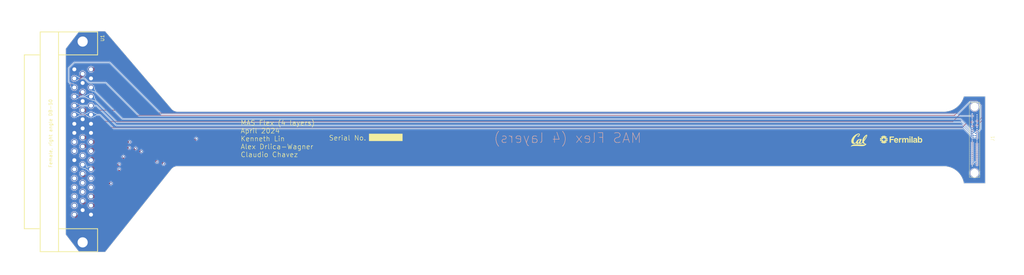
<source format=kicad_pcb>
(kicad_pcb (version 20221018) (generator pcbnew)
  (title_block (title "FNAL AstroDewar MAS Flex Circuit") (date "2024-01-13") (rev "1") (company "Lawrence Berkeley National Laboratory") (comment 1 "4 layers"))
  (layers (0 "F.Cu" signal) (1 "In1.Cu" signal) (2 "In2.Cu" signal) (31 "B.Cu" signal) (34 "B.Paste" user) (35 "F.Paste" user) (36 "B.SilkS" user "B.Silkscreen") (37 "F.SilkS" user "F.Silkscreen") (38 "B.Mask" user) (39 "F.Mask" user) (44 "Edge.Cuts" user))
  (net 0 "")
  (net 1 "GND")
  (net 2 "H1A")
  (net 3 "H2C")
  (net 4 "H3C")
  (net 5 "RGA")
  (net 6 "SWC")
  (net 7 "OGC")
  (net 8 "DGA")
  (net 9 "TGA")
  (net 10 "V1A")
  (net 11 "V2C")
  (net 12 "V3A")
  (net 13 "VREF")
  (net 14 "VDD")
  (net 15 "VDRAIN")
  (net 16 "P+MAS")
  (net 17 "VID2")
  (net 18 "VID1")
  (net 19 "VSUB")
  (net 20 "H1B")
  (net 21 "RGB")
  (net 22 "DGB")
  (net 23 "TGB")
  (net 24 "V1B")
  (net 25 "V3B")
  (net 26 "N+MAS")
  (net 27 "VID4")
  (net 28 "VID3")
  (footprint "projectFootprints:Omnetics_A28500-051_vertmount" (layer "F.Cu") (at 355.0666 144.5641 90)
    (fp_text reference "J1" (at 8.3947 6.199 90 unlocked) (layer "F.SilkS") (effects (font (thickness 0.1))))
    (fp_text value "Conn_02x25_Top_Bottom")
    (pad "1" thru_hole circle (at 0 0 90) (size 0.5334 0.5334) (drill 0.3302) (layers "*.Cu" "*.Mask") (net 1 "GND"))
    (pad "2" thru_hole circle (at 0.635 0 90) (size 0.5334 0.5334) (drill 0.3302) (layers "*.Cu" "*.Mask") (net 2 "H1A"))
    (pad "3" thru_hole circle (at 1.27 0 90) (size 0.5334 0.5334) (drill 0.3302) (layers "*.Cu" "*.Mask") (net 3 "H2C"))
    (pad "4" thru_hole circle (at 1.905 0 90) (size 0.5334 0.5334) (drill 0.3302) (layers "*.Cu" "*.Mask") (net 4 "H3C"))
    (pad "5" thru_hole circle (at 2.54 0 90) (size 0.5334 0.5334) (drill 0.3302) (layers "*.Cu" "*.Mask") (net 5 "RGA"))
    (pad "6" thru_hole circle (at 3.175 0 90) (size 0.5334 0.5334) (drill 0.3302) (layers "*.Cu" "*.Mask") (net 6 "SWC"))
    (pad "7" thru_hole circle (at 3.81 0 90) (size 0.5334 0.5334) (drill 0.3302) (layers "*.Cu" "*.Mask") (net 7 "OGC"))
    (pad "8" thru_hole circle (at 4.445 0 90) (size 0.5334 0.5334) (drill 0.3302) (layers "*.Cu" "*.Mask") (net 8 "DGA"))
    (pad "9" thru_hole circle (at 5.08 0 90) (size 0.5334 0.5334) (drill 0.3302) (layers "*.Cu" "*.Mask") (net 9 "TGA"))
    (pad "10" thru_hole circle (at 5.715 0 90) (size 0.5334 0.5334) (drill 0.3302) (layers "*.Cu" "*.Mask") (net 10 "V1A"))
    (pad "11" thru_hole circle (at 6.35 0 90) (size 0.5334 0.5334) (drill 0.3302) (layers "*.Cu" "*.Mask") (net 11 "V2C"))
    (pad "12" thru_hole circle (at 6.985 0 90) (size 0.5334 0.5334) (drill 0.3302) (layers "*.Cu" "*.Mask") (net 12 "V3A"))
    (pad "13" thru_hole circle (at 7.62 0 90) (size 0.5334 0.5334) (drill 0.3302) (layers "*.Cu" "*.Mask") (net 1 "GND"))
    (pad "14" thru_hole circle (at 8.255 0 90) (size 0.5334 0.5334) (drill 0.3302) (layers "*.Cu" "*.Mask") (net 1 "GND"))
    (pad "15" thru_hole circle (at 8.89 0 90) (size 0.5334 0.5334) (drill 0.3302) (layers "*.Cu" "*.Mask") (net 13 "VREF"))
    (pad "16" thru_hole circle (at 9.525 0 90) (size 0.5334 0.5334) (drill 0.3302) (layers "*.Cu" "*.Mask") (net 14 "VDD"))
    (pad "17" thru_hole circle (at 10.16 0 90) (size 0.5334 0.5334) (drill 0.3302) (layers "*.Cu" "*.Mask") (net 15 "VDRAIN"))
    (pad "18" thru_hole circle (at 10.795 0 90) (size 0.5334 0.5334) (drill 0.3302) (layers "*.Cu" "*.Mask") (net 16 "P+MAS"))
    (pad "19" thru_hole circle (at 11.43 0 90) (size 0.5334 0.5334) (drill 0.3302) (layers "*.Cu" "*.Mask") (net 1 "GND"))
    (pad "20" thru_hole circle (at 12.065 0 90) (size 0.5334 0.5334) (drill 0.3302) (layers "*.Cu" "*.Mask") (net 17 "VID2"))
    (pad "21" thru_hole circle (at 12.7 0 90) (size 0.5334 0.5334) (drill 0.3302) (layers "*.Cu" "*.Mask") (net 1 "GND"))
    (pad "22" thru_hole circle (at 13.335 0 90) (size 0.5334 0.5334) (drill 0.3302) (layers "*.Cu" "*.Mask") (net 18 "VID1"))
    (pad "23" thru_hole circle (at 13.97 0 90) (size 0.5334 0.5334) (drill 0.3302) (layers "*.Cu" "*.Mask") (net 1 "GND"))
    (pad "24" thru_hole circle (at 14.605 0 90) (size 0.5334 0.5334) (drill 0.3302) (layers "*.Cu" "*.Mask") (net 1 "GND"))
    (pad "25" thru_hole circle (at 15.24 0 90) (size 0.5334 0.5334) (drill 0.3302) (layers "*.Cu" "*.Mask") (net 19 "VSUB"))
    (pad "26" thru_hole circle (at 15.875 0 90) (size 0.5334 0.5334) (drill 0.3302) (layers "*.Cu" "*.Mask") (net 1 "GND"))
    (pad "27" thru_hole circle (at 0.3175 1.4478 90) (size 0.5334 0.5334) (drill 0.3302) (layers "*.Cu" "*.Mask") (net 4 "H3C"))
    (pad "28" thru_hole circle (at 0.9525 1.4478 90) (size 0.5334 0.5334) (drill 0.3302) (layers "*.Cu" "*.Mask") (net 3 "H2C"))
    (pad "29" thru_hole circle (at 1.5875 1.4478 90) (size 0.5334 0.5334) (drill 0.3302) (layers "*.Cu" "*.Mask") (net 20 "H1B"))
    (pad "30" thru_hole circle (at 2.2225 1.4478 90) (size 0.5334 0.5334) (drill 0.3302) (layers "*.Cu" "*.Mask") (net 21 "RGB"))
    (pad "31" thru_hole circle (at 2.8575 1.4478 90) (size 0.5334 0.5334) (drill 0.3302) (layers "*.Cu" "*.Mask") (net 6 "SWC"))
    (pad "32" thru_hole circle (at 3.4925 1.4478 90) (size 0.5334 0.5334) (drill 0.3302) (layers "*.Cu" "*.Mask") (net 7 "OGC"))
    (pad "33" thru_hole circle (at 4.1275 1.4478 90) (size 0.5334 0.5334) (drill 0.3302) (layers "*.Cu" "*.Mask") (net 22 "DGB"))
    (pad "34" thru_hole circle (at 4.7625 1.4478 90) (size 0.5334 0.5334) (drill 0.3302) (layers "*.Cu" "*.Mask") (net 23 "TGB"))
    (pad "35" thru_hole circle (at 5.3975 1.4478 90) (size 0.5334 0.5334) (drill 0.3302) (layers "*.Cu" "*.Mask") (net 24 "V1B"))
    (pad "36" thru_hole circle (at 6.0325 1.4478 90) (size 0.5334 0.5334) (drill 0.3302) (layers "*.Cu" "*.Mask") (net 11 "V2C"))
    (pad "37" thru_hole circle (at 6.6675 1.4478 90) (size 0.5334 0.5334) (drill 0.3302) (layers "*.Cu" "*.Mask") (net 25 "V3B"))
    (pad "38" thru_hole circle (at 7.3025 1.4478 90) (size 0.5334 0.5334) (drill 0.3302) (layers "*.Cu" "*.Mask") (net 1 "GND"))
    (pad "39" thru_hole circle (at 7.9375 1.4478 90) (size 0.5334 0.5334) (drill 0.3302) (layers "*.Cu" "*.Mask") (net 1 "GND"))
    (pad "40" thru_hole circle (at 8.5725 1.4478 90) (size 0.5334 0.5334) (drill 0.3302) (layers "*.Cu" "*.Mask") (net 13 "VREF"))
    (pad "41" thru_hole circle (at 9.2075 1.4478 90) (size 0.5334 0.5334) (drill 0.3302) (layers "*.Cu" "*.Mask") (net 14 "VDD"))
    (pad "42" thru_hole circle (at 9.8425 1.4478 90) (size 0.5334 0.5334) (drill 0.3302) (layers "*.Cu" "*.Mask") (net 15 "VDRAIN"))
    (pad "43" thru_hole circle (at 10.4775 1.4478 90) (size 0.5334 0.5334) (drill 0.3302) (layers "*.Cu" "*.Mask") (net 26 "N+MAS"))
    (pad "44" thru_hole circle (at 11.1125 1.4478 90) (size 0.5334 0.5334) (drill 0.3302) (layers "*.Cu" "*.Mask") (net 1 "GND"))
    (pad "45" thru_hole circle (at 11.7475 1.4478 90) (size 0.5334 0.5334) (drill 0.3302) (layers "*.Cu" "*.Mask") (net 1 "GND"))
    (pad "46" thru_hole circle (at 12.3825 1.4478 90) (size 0.5334 0.5334) (drill 0.3302) (layers "*.Cu" "*.Mask") (net 27 "VID4"))
    (pad "47" thru_hole circle (at 13.0175 1.4478 90) (size 0.5334 0.5334) (drill 0.3302) (layers "*.Cu" "*.Mask") (net 1 "GND"))
    (pad "48" thru_hole circle (at 13.6525 1.4478 90) (size 0.5334 0.5334) (drill 0.3302) (layers "*.Cu" "*.Mask") (net 28 "VID3"))
    (pad "49" thru_hole circle (at 14.2875 1.4478 90) (size 0.5334 0.5334) (drill 0.3302) (layers "*.Cu" "*.Mask") (net 1 "GND"))
    (pad "50" thru_hole circle (at 14.9225 1.4478 90) (size 0.5334 0.5334) (drill 0.3302) (layers "*.Cu" "*.Mask") (net 1 "GND"))
    (pad "51" thru_hole circle (at 15.5575 1.4478 90) (size 0.5334 0.5334) (drill 0.3302) (layers "*.Cu" "*.Mask") (net 1 "GND"))
    (pad "52" thru_hole circle (at -2.159 0.7112 90) (size 2.7432 2.7432) (drill 2.54) (layers "*.Cu" "*.Mask"))
    (pad "53" thru_hole circle (at 18.034 0.7112 90) (size 2.7432 2.7432) (drill 2.54) (layers "*.Cu" "*.Mask"))
  )
  (footprint "projectFootprints:fnal_logo" (layer "F.Cu") (at 333.375 136.525)
    (fp_text reference "G***" hide)
    (fp_text value "LOGO" hide)
  )
  (footprint "projectFootprints:DB50-Female-RightAngle-1195-5050-ND" (layer "F.Cu") (at 86.4108 115.1126 -90)
    (fp_text reference "U1" (at -9.5 -3.5 90) (layer "F.SilkS"))
    (fp_text value "DB-50-LTA-V2" hide)
    (pad "1" thru_hole rect (at 44.2978 0.0002 270) (size 1.7018 1.7018) (drill 1.1938) (layers "*.Cu" "*.Mask") (net 1 "GND"))
    (pad "2" thru_hole circle (at 41.5292 0.0002 270) (size 1.7018 1.7018) (drill 1.1938) (layers "*.Cu" "*.Mask") (net 2 "H1A"))
    (pad "3" thru_hole circle (at 38.7606 0.0002 270) (size 1.7018 1.7018) (drill 1.1938) (layers "*.Cu" "*.Mask") (net 3 "H2C"))
    (pad "4" thru_hole circle (at 35.992 0.0002 270) (size 1.7018 1.7018) (drill 1.1938) (layers "*.Cu" "*.Mask") (net 4 "H3C"))
    (pad "5" thru_hole circle (at 33.2234 0.0002 270) (size 1.7018 1.7018) (drill 1.1938) (layers "*.Cu" "*.Mask") (net 5 "RGA"))
    (pad "6" thru_hole circle (at 30.4548 0.0002 270) (size 1.7018 1.7018) (drill 1.1938) (layers "*.Cu" "*.Mask") (net 6 "SWC"))
    (pad "7" thru_hole circle (at 27.6862 0.0002 270) (size 1.7018 1.7018) (drill 1.1938) (layers "*.Cu" "*.Mask") (net 7 "OGC"))
    (pad "8" thru_hole circle (at 24.9176 0.0002 270) (size 1.7018 1.7018) (drill 1.1938) (layers "*.Cu" "*.Mask") (net 8 "DGA"))
    (pad "9" thru_hole circle (at 22.149 0.0002 270) (size 1.7018 1.7018) (drill 1.1938) (layers "*.Cu" "*.Mask") (net 9 "TGA"))
    (pad "10" thru_hole circle (at 19.3804 0.0002 270) (size 1.7018 1.7018) (drill 1.1938) (layers "*.Cu" "*.Mask") (net 1 "GND"))
    (pad "11" thru_hole circle (at 16.6118 0.0002 270) (size 1.7018 1.7018) (drill 1.1938) (layers "*.Cu" "*.Mask") (net 1 "GND"))
    (pad "12" thru_hole circle (at 13.8432 0.0002 270) (size 1.7018 1.7018) (drill 1.1938) (layers "*.Cu" "*.Mask") (net 13 "VREF"))
    (pad "13" thru_hole circle (at 11.0746 0.0002 270) (size 1.7018 1.7018) (drill 1.1938) (layers "*.Cu" "*.Mask") (net 14 "VDD"))
    (pad "14" thru_hole circle (at 8.306 0.0002 270) (size 1.7018 1.7018) (drill 1.1938) (layers "*.Cu" "*.Mask") (net 15 "VDRAIN"))
    (pad "15" thru_hole circle (at 5.5374 0.0002 270) (size 1.7018 1.7018) (drill 1.1938) (layers "*.Cu" "*.Mask") (net 16 "P+MAS"))
    (pad "16" thru_hole circle (at 2.7688 0.0002 270) (size 1.7018 1.7018) (drill 1.1938) (layers "*.Cu" "*.Mask") (net 1 "GND"))
    (pad "17" thru_hole circle (at 0.0002 0.0002 270) (size 1.7018 1.7018) (drill 1.1938) (layers "*.Cu" "*.Mask") (net 27 "VID4"))
    (pad "18" thru_hole circle (at 42.9135 2.54 270) (size 1.7018 1.7018) (drill 1.1938) (layers "*.Cu" "*.Mask") (net 1 "GND"))
    (pad "19" thru_hole circle (at 40.1449 2.54 270) (size 1.7018 1.7018) (drill 1.1938) (layers "*.Cu" "*.Mask") (net 4 "H3C"))
    (pad "20" thru_hole circle (at 37.3763 2.54 270) (size 1.7018 1.7018) (drill 1.1938) (layers "*.Cu" "*.Mask") (net 3 "H2C"))
    (pad "21" thru_hole circle (at 34.6077 2.54 270) (size 1.7018 1.7018) (drill 1.1938) (layers "*.Cu" "*.Mask") (net 20 "H1B"))
    (pad "22" thru_hole circle (at 31.8391 2.54 270) (size 1.7018 1.7018) (drill 1.1938) (layers "*.Cu" "*.Mask") (net 21 "RGB"))
    (pad "23" thru_hole circle (at 29.0705 2.54 270) (size 1.7018 1.7018) (drill 1.1938) (layers "*.Cu" "*.Mask") (net 6 "SWC"))
    (pad "24" thru_hole circle (at 26.3019 2.54 270) (size 1.7018 1.7018) (drill 1.1938) (layers "*.Cu" "*.Mask") (net 7 "OGC"))
    (pad "25" thru_hole circle (at 23.5333 2.54 270) (size 1.7018 1.7018) (drill 1.1938) (layers "*.Cu" "*.Mask") (net 22 "DGB"))
    (pad "26" thru_hole circle (at 20.7647 2.54 270) (size 1.7018 1.7018) (drill 1.1938) (layers "*.Cu" "*.Mask") (net 23 "TGB"))
    (pad "27" thru_hole circle (at 17.9961 2.54 270) (size 1.7018 1.7018) (drill 1.1938) (layers "*.Cu" "*.Mask") (net 1 "GND"))
    (pad "28" thru_hole circle (at 15.2275 2.54 270) (size 1.7018 1.7018) (drill 1.1938) (layers "*.Cu" "*.Mask") (net 1 "GND"))
    (pad "29" thru_hole circle (at 12.4589 2.54 270) (size 1.7018 1.7018) (drill 1.1938) (layers "*.Cu" "*.Mask") (net 28 "VID3"))
    (pad "30" thru_hole circle (at 9.6903 2.54 270) (size 1.7018 1.7018) (drill 1.1938) (layers "*.Cu" "*.Mask") (net 1 "GND"))
    (pad "31" thru_hole circle (at 6.9217 2.54 270) (size 1.7018 1.7018) (drill 1.1938) (layers "*.Cu" "*.Mask") (net 17 "VID2"))
    (pad "32" thru_hole circle (at 4.1531 2.54 270) (size 1.7018 1.7018) (drill 1.1938) (layers "*.Cu" "*.Mask") (net 1 "GND"))
    (pad "33" thru_hole circle (at 1.3845 2.54 270) (size 1.7018 1.7018) (drill 1.1938) (layers "*.Cu" "*.Mask") (net 18 "VID1"))
    (pad "34" thru_hole circle (at 44.2978 5.0798 270) (size 1.7018 1.7018) (drill 1.1938) (layers "*.Cu" "*.Mask") (net 10 "V1A"))
    (pad "35" thru_hole circle (at 41.5292 5.0798 270) (size 1.7018 1.7018) (drill 1.1938) (layers "*.Cu" "*.Mask") (net 24 "V1B"))
    (pad "36" thru_hole circle (at 38.7606 5.0798 270) (size 1.7018 1.7018) (drill 1.1938) (layers "*.Cu" "*.Mask") (net 11 "V2C"))
    (pad "37" thru_hole circle (at 35.992 5.0798 270) (size 1.7018 1.7018) (drill 1.1938) (layers "*.Cu" "*.Mask") (net 11 "V2C"))
    (pad "38" thru_hole circle (at 33.2234 5.0798 270) (size 1.7018 1.7018) (drill 1.1938) (layers "*.Cu" "*.Mask") (net 12 "V3A"))
    (pad "39" thru_hole circle (at 30.4548 5.0798 270) (size 1.7018 1.7018) (drill 1.1938) (layers "*.Cu" "*.Mask") (net 25 "V3B"))
    (pad "40" thru_hole circle (at 27.6862 5.0798 270) (size 1.7018 1.7018) (drill 1.1938) (layers "*.Cu" "*.Mask") (net 1 "GND"))
    (pad "41" thru_hole circle (at 24.9176 5.0798 270) (size 1.7018 1.7018) (drill 1.1938) (layers "*.Cu" "*.Mask"))
    (pad "42" thru_hole circle (at 22.149 5.0798 270) (size 1.7018 1.7018) (drill 1.1938) (layers "*.Cu" "*.Mask"))
    (pad "43" thru_hole circle (at 19.3804 5.0798 270) (size 1.7018 1.7018) (drill 1.1938) (layers "*.Cu" "*.Mask") (net 1 "GND"))
    (pad "44" thru_hole circle (at 16.6118 5.0798 270) (size 1.7018 1.7018) (drill 1.1938) (layers "*.Cu" "*.Mask") (net 1 "GND"))
    (pad "45" thru_hole circle (at 13.8432 5.0798 270) (size 1.7018 1.7018) (drill 1.1938) (layers "*.Cu" "*.Mask") (net 13 "VREF"))
    (pad "46" thru_hole circle (at 11.0746 5.0798 270) (size 1.7018 1.7018) (drill 1.1938) (layers "*.Cu" "*.Mask") (net 14 "VDD"))
    (pad "47" thru_hole circle (at 8.306 5.0798 270) (size 1.7018 1.7018) (drill 1.1938) (layers "*.Cu" "*.Mask") (net 15 "VDRAIN"))
    (pad "48" thru_hole circle (at 5.5374 5.0798 270) (size 1.7018 1.7018) (drill 1.1938) (layers "*.Cu" "*.Mask") (net 26 "N+MAS"))
    (pad "49" thru_hole circle (at 2.7688 5.0798 270) (size 1.7018 1.7018) (drill 1.1938) (layers "*.Cu" "*.Mask") (net 19 "VSUB"))
    (pad "50" thru_hole circle (at 0.0002 5.0798 270) (size 1.7018 1.7018) (drill 1.1938) (layers "*.Cu" "*.Mask") (net 1 "GND"))
    (pad "51" thru_hole circle (at 52.756 2.54 270) (size 3.556 3.556) (drill 3.1) (layers "*.Cu" "*.Mask") (net 1 "GND"))
    (pad "52" thru_hole circle (at -8.458 2.54 270) (size 3.556 3.556) (drill 3.1) (layers "*.Cu" "*.Mask") (net 1 "GND"))
  )
  (footprint "projectFootprints:cal" (layer "F.Cu") (at 320.548 136.652)
    (fp_text reference "G***" hide)
    (fp_text value "LOGO" hide)
  )
  (gr_rect (start 171.2214 134.8232) (end 181.3306 136.906) (stroke (width 0.15)) (fill solid) (layer "F.SilkS"))
  (gr_line (start 90.7288 170.7896) (end 110.95425 145.492669) (stroke (width 0.1)) (layer "Edge.Cuts"))
  (gr_arc (start 112.903 128.016) (mid 111.829947 127.825184) (end 110.954251 127.176331) (stroke (width 0.1)) (layer "Edge.Cuts"))
  (gr_line (start 78.74 108.8263) (end 78.74 165.481) (stroke (width 0.1)) (layer "Edge.Cuts"))
  (gr_line (start 112.903 128.017916) (end 346.1004 128.017916) (stroke (width 0.1)) (layer "Edge.Cuts"))
  (gr_line (start 90.7288 103.5304) (end 110.954251 127.176331) (stroke (width 0.1)) (layer "Edge.Cuts"))
  (gr_arc (start 346.1004 144.653001) (mid 350.289892 146.044862) (end 352.515167 149.857639) (stroke (width 0.1)) (layer "Edge.Cuts"))
  (gr_line (start 352.515167 123.3932) (end 359.029 123.3932) (stroke (width 0.1)) (layer "Edge.Cuts"))
  (gr_line (start 78.74 108.8263) (end 82.804 103.5304) (stroke (width 0.1)) (layer "Edge.Cuts"))
  (gr_line (start 78.74 165.481) (end 82.804 170.7896) (stroke (width 0.1)) (layer "Edge.Cuts"))
  (gr_arc (start 352.515167 123.3932) (mid 350.118275 126.829759) (end 346.1004 128.017916) (stroke (width 0.1)) (layer "Edge.Cuts"))
  (gr_line (start 359.029 123.3932) (end 359.029 149.857639) (stroke (width 0.1)) (layer "Edge.Cuts"))
  (gr_arc (start 110.954251 145.49267) (mid 111.829947 144.843817) (end 112.903 144.653001) (stroke (width 0.1)) (layer "Edge.Cuts"))
  (gr_line (start 352.515167 149.857639) (end 359.029 149.857639) (stroke (width 0.1)) (layer "Edge.Cuts"))
  (gr_line (start 112.903 144.653) (end 346.1004 144.653) (stroke (width 0.1)) (layer "Edge.Cuts"))
  (gr_line (start 82.804 103.5304) (end 90.7288 103.5304) (stroke (width 0.1)) (layer "Edge.Cuts"))
  (gr_line (start 82.804 170.7896) (end 90.7288 170.7896) (stroke (width 0.1)) (layer "Edge.Cuts"))
  (gr_text "MAS Flex (4 layers)" (at 254.381 137.795) (layer "B.SilkS") (effects (font (size 3 3)) (justify left bottom mirror)))
  (gr_text "Serial No. " (at 158.877 136.906) (layer "F.SilkS") (effects (font (size 1.5 1.5)) (justify left bottom)))
  (gr_text "Female, right angle DB-50" (at 74.676 145.1356 90) (layer "F.SilkS") (effects (font (size 1 1)) (justify left bottom)))
  (gr_text "MAS Flex (4 layers)\nApril 2024\nKenneth Lin\nAlex Drlica-Wagner\nClaudio Chavez" (at 131.953 141.986) (layer "F.SilkS") (effects (font (size 1.5 1.5)) (justify left bottom)))
  (segment (start 94.996 145.542) (end 94.996 150.368) (width 0.1524) (layer "F.Cu") (net 2))
  (segment (start 88.7222 156.6418) (end 86.4106 156.6418) (width 0.1524) (layer "F.Cu") (net 2))
  (segment (start 94.996 150.368) (end 88.7222 156.6418) (width 0.1524) (layer "F.Cu") (net 2))
  (via (at 94.996 145.542) (size 0.8) (drill 0.4) (layers "F.Cu" "B.Cu") (net 2))
  (segment (start 93.726 145.288) (end 93.726 150.368) (width 0.1524) (layer "F.Cu") (net 3))
  (segment (start 93.726 150.368) (end 90.2208 153.8732) (width 0.1524) (layer "F.Cu") (net 3))
  (segment (start 90.2208 153.8732) (end 86.4106 153.8732) (width 0.1524) (layer "F.Cu") (net 3))
  (segment (start 94.996 144.018) (end 93.726 145.288) (width 0.1524) (layer "F.Cu") (net 3))
  (via (at 94.996 144.018) (size 0.8) (drill 0.4) (layers "F.Cu" "B.Cu") (net 3))
  (segment (start 356.362 143.4592) (end 355.29716 143.4592) (width 0.1524) (layer "B.Cu") (net 3))
  (segment (start 356.5144 143.6116) (end 356.362 143.4592) (width 0.1524) (layer "B.Cu") (net 3))
  (segment (start 355.29716 143.4592) (end 355.13206 143.2941) (width 0.1524) (layer "B.Cu") (net 3))
  (segment (start 355.13206 143.2941) (end 355.0666 143.2941) (width 0.1524) (layer "B.Cu") (net 3))
  (segment (start 83.8708 155.8544) (end 83.8708 155.2575) (width 0.1524) (layer "F.Cu") (net 4))
  (segment (start 88.3412 158.0388) (end 86.0552 158.0388) (width 0.1524) (layer "F.Cu") (net 4))
  (segment (start 96.266 141.7828) (end 96.266 150.114) (width 0.1524) (layer "F.Cu") (net 4))
  (segment (start 86.0552 158.0388) (end 83.8708 155.8544) (width 0.1524) (layer "F.Cu") (net 4))
  (segment (start 96.266 150.114) (end 88.3412 158.0388) (width 0.1524) (layer "F.Cu") (net 4))
  (via (at 96.2914 141.7574) (size 0.8) (drill 0.4) (layers "F.Cu" "B.Cu") (net 4))
  (segment (start 83.8835 155.2448) (end 83.8708 155.2575) (width 0.1524) (layer "B.Cu") (net 4))
  (segment (start 96.2914 141.7574) (end 96.266 141.7828) (width 0.1524) (layer "B.Cu") (net 4))
  (segment (start 101.7339 140.1572) (end 92.4432 140.1572) (width 0.1524) (layer "F.Cu") (net 6))
  (segment (start 87.033 145.5674) (end 86.4106 145.5674) (width 0.1524) (layer "F.Cu") (net 6))
  (segment (start 92.4432 140.1572) (end 87.033 145.5674) (width 0.1524) (layer "F.Cu") (net 6))
  (segment (start 101.7524 140.1387) (end 101.7339 140.1572) (width 0.1524) (layer "F.Cu") (net 6))
  (via (at 101.7524 140.1387) (size 0.8) (drill 0.4) (layers "F.Cu" "B.Cu") (net 6))
  (segment (start 83.8708 144.1831) (end 85.2551 145.5674) (width 0.1524) (layer "B.Cu") (net 6))
  (segment (start 85.2551 145.5674) (end 86.4106 145.5674) (width 0.1524) (layer "B.Cu") (net 6))
  (segment (start 89.5094 139.7) (end 86.4106 142.7988) (width 0.1524) (layer "F.Cu") (net 7))
  (segment (start 99.568 139.7) (end 89.5094 139.7) (width 0.1524) (layer "F.Cu") (net 7))
  (segment (start 100.0252 139.2428) (end 99.568 139.7) (width 0.1524) (layer "F.Cu") (net 7))
  (via (at 100.0252 139.2428) (size 0.8) (drill 0.4) (layers "F.Cu" "B.Cu") (net 7))
  (segment (start 87.4012 139.0396) (end 86.4106 140.0302) (width 0.1524) (layer "F.Cu") (net 8))
  (segment (start 98.0763 139.0396) (end 87.4012 139.0396) (width 0.1524) (layer "F.Cu") (net 8))
  (segment (start 98.0948 139.0581) (end 98.0763 139.0396) (width 0.1524) (layer "F.Cu") (net 8))
  (via (at 98.0948 139.0581) (size 0.8) (drill 0.4) (layers "F.Cu" "B.Cu") (net 8))
  (segment (start 98.1964 137.2616) (end 86.4106 137.2616) (width 0.1524) (layer "F.Cu") (net 9))
  (via (at 98.1964 137.2616) (size 0.8) (drill 0.4) (layers "F.Cu" "B.Cu") (net 9))
  (segment (start 118.491 136.271) (end 92.8116 161.9504) (width 0.1524) (layer "F.Cu") (net 10))
  (segment (start 83.871 161.9504) (end 81.331 159.4104) (width 0.1524) (layer "F.Cu") (net 10))
  (segment (start 92.8116 161.9504) (end 83.871 161.9504) (width 0.1524) (layer "F.Cu") (net 10))
  (via (at 118.491 136.271) (size 0.8) (drill 0.4) (layers "F.Cu" "B.Cu") (net 10))
  (segment (start 352.47384 133.1468) (end 93.3196 133.1468) (width 0.1524) (layer "B.Cu") (net 13))
  (segment (start 86.4106 128.9558) (end 81.331 128.9558) (width 0.1524) (layer "B.Cu") (net 13))
  (segment (start 355.00114 135.6741) (end 352.47384 133.1468) (width 0.1524) (layer "B.Cu") (net 13))
  (segment (start 356.5144 135.9916) (end 355.44956 135.9916) (width 0.1524) (layer "B.Cu") (net 13))
  (segment (start 355.0666 135.6741) (end 355.00114 135.6741) (width 0.1524) (layer "B.Cu") (net 13))
  (segment (start 355.13206 135.6741) (end 355.0666 135.6741) (width 0.1524) (layer "B.Cu") (net 13))
  (segment (start 89.1286 128.9558) (end 86.4106 128.9558) (width 0.1524) (layer "B.Cu") (net 13))
  (segment (start 93.3196 133.1468) (end 89.1286 128.9558) (width 0.1524) (layer "B.Cu") (net 13))
  (segment (start 355.44956 135.9916) (end 355.13206 135.6741) (width 0.1524) (layer "B.Cu") (net 13))
  (segment (start 355.13206 135.0391) (end 355.0666 135.0391) (width 0.1524) (layer "B.Cu") (net 14))
  (segment (start 355.0666 135.0391) (end 355.00114 135.0391) (width 0.1524) (layer "B.Cu") (net 14))
  (segment (start 352.19444 132.2324) (end 94.1324 132.2324) (width 0.1524) (layer "B.Cu") (net 14))
  (segment (start 356.5144 135.3566) (end 355.44956 135.3566) (width 0.1524) (layer "B.Cu") (net 14))
  (segment (start 355.44956 135.3566) (end 355.13206 135.0391) (width 0.1524) (layer "B.Cu") (net 14))
  (segment (start 88.0872 126.1872) (end 81.331 126.1872) (width 0.1524) (layer "B.Cu") (net 14))
  (segment (start 94.1324 132.2324) (end 88.0872 126.1872) (width 0.1524) (layer "B.Cu") (net 14))
  (segment (start 355.00114 135.0391) (end 352.19444 132.2324) (width 0.1524) (layer "B.Cu") (net 14))
  (segment (start 351.81344 131.2164) (end 94.2848 131.2164) (width 0.1524) (layer "B.Cu") (net 15))
  (segment (start 94.2848 131.2164) (end 86.487 123.4186) (width 0.1524) (layer "B.Cu") (net 15))
  (segment (start 355.0666 134.4041) (end 355.00114 134.4041) (width 0.1524) (layer "B.Cu") (net 15))
  (segment (start 86.487 123.4186) (end 81.331 123.4186) (width 0.1524) (layer "B.Cu") (net 15))
  (segment (start 356.5144 134.7216) (end 356.13723 134.7216) (width 0.1524) (layer "B.Cu") (net 15))
  (segment (start 356.13723 134.7216) (end 355.81973 134.4041) (width 0.1524) (layer "B.Cu") (net 15))
  (segment (start 355.00114 134.4041) (end 351.81344 131.2164) (width 0.1524) (layer "B.Cu") (net 15))
  (segment (start 355.81973 134.4041) (end 355.0666 134.4041) (width 0.1524) (layer "B.Cu") (net 15))
  (segment (start 96.0118 130.2512) (end 351.48324 130.2512) (width 0.1524) (layer "B.Cu") (net 16))
  (segment (start 86.4106 120.65) (end 96.0118 130.2512) (width 0.1524) (layer "B.Cu") (net 16))
  (segment (start 351.48324 130.2512) (end 355.00114 133.7691) (width 0.1524) (layer "B.Cu") (net 16))
  (segment (start 355.00114 133.7691) (end 355.0666 133.7691) (width 0.1524) (layer "B.Cu") (net 16))
  (segment (start 83.4136 128.9304) (end 82.6008 128.1176) (width 0.1524) (layer "F.Cu") (net 17))
  (segment (start 82.6008 123.3043) (end 83.8708 122.0343) (width 0.1524) (layer "F.Cu") (net 17))
  (segment (start 355.44377 132.4991) (end 355.854 132.08887) (width 0.1524) (layer "F.Cu") (net 17))
  (segment (start 84.4296 128.9304) (end 83.4136 128.9304) (width 0.1524) (layer "F.Cu") (net 17))
  (segment (start 87.3379 131.0132) (end 86.6267 130.302) (width 0.1524) (layer "F.Cu") (net 17))
  (segment (start 355.854 132.08887) (end 355.854 128.6764) (width 0.1524) (layer "F.Cu") (net 17))
  (segment (start 349.1484 131.0132) (end 87.3379 131.0132) (width 0.1524) (layer "F.Cu") (net 17))
  (segment (start 355.2444 128.0668) (end 352.0948 128.0668) (width 0.1524) (layer "F.Cu") (net 17))
  (segment (start 82.6008 128.1176) (end 82.6008 123.3043) (width 0.1524) (layer "F.Cu") (net 17))
  (segment (start 86.6267 130.302) (end 85.8012 130.302) (width 0.1524) (layer "F.Cu") (net 17))
  (segment (start 85.8012 130.302) (end 84.4296 128.9304) (width 0.1524) (layer "F.Cu") (net 17))
  (segment (start 355.854 128.6764) (end 355.2444 128.0668) (width 0.1524) (layer "F.Cu") (net 17))
  (segment (start 355.0666 132.4991) (end 355.44377 132.4991) (width 0.1524) (layer "F.Cu") (net 17))
  (segment (start 352.0948 128.0668) (end 349.1484 131.0132) (width 0.1524) (layer "F.Cu") (net 17))
  (segment (start 81.8896 119.1768) (end 80.8736 119.1768) (width 0.1524) (layer "F.Cu") (net 18))
  (segment (start 83.8708 117.1956) (end 81.8896 119.1768) (width 0.1524) (layer "F.Cu") (net 18))
  (segment (start 83.8708 116.4971) (end 83.8708 117.1956) (width 0.1524) (layer "F.Cu") (net 18))
  (segment (start 79.756 120.2944) (end 79.756 129.6416) (width 0.1524) (layer "F.Cu") (net 18))
  (segment (start 83.1596 131.6736) (end 84.4804 131.6736) (width 0.1524) (layer "F.Cu") (net 18))
  (segment (start 353.6061 131.2291) (end 355.0666 131.2291) (width 0.1524) (layer "F.Cu") (net 18))
  (segment (start 81.788 130.302) (end 83.1596 131.6736) (width 0.1524) (layer "F.Cu") (net 18))
  (segment (start 351.9932 132.842) (end 353.6061 131.2291) (width 0.1524) (layer "F.Cu") (net 18))
  (segment (start 80.4164 130.302) (end 81.788 130.302) (width 0.1524) (layer "F.Cu") (net 18))
  (segment (start 85.6488 132.842) (end 351.9932 132.842) (width 0.1524) (layer "F.Cu") (net 18))
  (segment (start 83.9343 116.4336) (end 83.8708 116.4971) (width 0.1524) (layer "F.Cu") (net 18))
  (segment (start 84.4804 131.6736) (end 85.6488 132.842) (width 0.1524) (layer "F.Cu") (net 18))
  (segment (start 79.756 129.6416) (end 80.4164 130.302) (width 0.1524) (layer "F.Cu") (net 18))
  (segment (start 80.8736 119.1768) (end 79.756 120.2944) (width 0.1524) (layer "F.Cu") (net 18))
  (segment (start 355.0539 131.2164) (end 355.0666 131.2291) (width 0.1524) (layer "B.Cu") (net 18))
  (segment (start 355.0666 129.3241) (end 101.0793 129.3241) (width 0.1524) (layer "B.Cu") (net 19))
  (segment (start 85.7504 119.1768) (end 84.455 117.8814) (width 0.1524) (layer "B.Cu") (net 19))
  (segment (start 84.455 117.8814) (end 81.331 117.8814) (width 0.1524) (layer "B.Cu") (net 19))
  (segment (start 101.0793 129.3241) (end 90.932 119.1768) (width 0.1524) (layer "B.Cu") (net 19))
  (segment (start 90.932 119.1768) (end 85.7504 119.1768) (width 0.1524) (layer "B.Cu") (net 19))
  (segment (start 92.456 149.86) (end 86.155378 149.86) (width 0.1524) (layer "F.Cu") (net 21))
  (segment (start 83.8708 147.575422) (end 83.8708 146.9517) (width 0.1524) (layer "F.Cu") (net 21))
  (segment (start 92.5068 149.9108) (end 92.456 149.86) (width 0.1524) (layer "F.Cu") (net 21))
  (segment (start 86.155378 149.86) (end 83.8708 147.575422) (width 0.1524) (layer "F.Cu") (net 21))
  (via (at 92.5068 149.9108) (size 0.8) (drill 0.4) (layers "F.Cu" "B.Cu") (net 21))
  (segment (start 106.553 143.3322) (end 101.6 138.3792) (width 0.1524) (layer "F.Cu") (net 22))
  (segment (start 84.1375 138.3792) (end 83.8708 138.6459) (width 0.1524) (layer "F.Cu") (net 22))
  (segment (start 101.6 138.3792) (end 84.1375 138.3792) (width 0.1524) (layer "F.Cu") (net 22))
  (via (at 106.553 143.3322) (size 0.8) (drill 0.4) (layers "F.Cu" "B.Cu") (net 22))
  (segment (start 100.5332 135.89) (end 83.8835 135.89) (width 0.1524) (layer "F.Cu") (net 23))
  (segment (start 83.8835 135.89) (end 83.8708 135.8773) (width 0.1524) (layer "F.Cu") (net 23))
  (segment (start 108.5596 143.9164) (end 100.5332 135.89) (width 0.1524) (layer "F.Cu") (net 23))
  (segment (start 108.5596 143.9349) (end 108.5596 143.9164) (width 0.1524) (layer "F.Cu") (net 23))
  (via (at 108.5596 143.9349) (size 0.8) (drill 0.4) (layers "F.Cu" "B.Cu") (net 23))
  (segment (start 356.4763 124.9299) (end 354.4697 124.9299) (width 0.1524) (layer "B.Cu") (net 26))
  (segment (start 79.6036 118.9226) (end 81.331 120.65) (width 0.1524) (layer "B.Cu") (net 26))
  (segment (start 357.6828 133.29537) (end 357.6828 126.1364) (width 0.1524) (layer "B.Cu") (net 26))
  (segment (start 79.6036 114.7064) (end 79.6036 118.9226) (width 0.1524) (layer "B.Cu") (net 26))
  (segment (start 357.6828 126.1364) (end 356.4763 124.9299) (width 0.1524) (layer "B.Cu") (net 26))
  (segment (start 354.4697 124.9299) (end 350.6724 128.7272) (width 0.1524) (layer "B.Cu") (net 26))
  (segment (start 350.6724 128.7272) (end 107.8484 128.7272) (width 0.1524) (layer "B.Cu") (net 26))
  (segment (start 356.5144 134.0866) (end 356.89157 134.0866) (width 0.1524) (layer "B.Cu") (net 26))
  (segment (start 107.8484 128.7272) (end 92.1512 113.03) (width 0.1524) (layer "B.Cu") (net 26))
  (segment (start 92.1512 113.03) (end 81.28 113.03) (width 0.1524) (layer "B.Cu") (net 26))
  (segment (start 356.89157 134.0866) (end 357.6828 133.29537) (width 0.1524) (layer "B.Cu") (net 26))
  (segment (start 81.28 113.03) (end 79.6036 114.7064) (width 0.1524) (layer "B.Cu") (net 26))
  (segment (start 356.5144 132.1816) (end 356.57986 132.1816) (width 0.1524) (layer "F.Cu") (net 27))
  (segment (start 358.394 130.36746) (end 358.394 125.3744) (width 0.1524) (layer "F.Cu") (net 27))
  (segment (start 358.394 125.3744) (end 356.87 123.8504) (width 0.1524) (layer "F.Cu") (net 27))
  (segment (start 354.1776 123.8504) (end 349.6056 128.4224) (width 0.1524) (layer "F.Cu") (net 27))
  (segment (start 89.4588 115.1128) (end 86.4106 115.1128) (width 0.1524) (layer "F.Cu") (net 27))
  (segment (start 356.87 123.8504) (end 354.1776 123.8504) (width 0.1524) (layer "F.Cu") (net 27))
  (segment (start 102.7684 128.4224) (end 89.4588 115.1128) (width 0.1524) (layer "F.Cu") (net 27))
  (segment (start 356.57986 132.1816) (end 358.394 130.36746) (width 0.1524) (layer "F.Cu") (net 27))
  (segment (start 349.6056 128.4224) (end 102.7684 128.4224) (width 0.1524) (layer "F.Cu") (net 27))
  (segment (start 95.1611 127.5715) (end 83.8708 127.5715) (width 0.1524) (layer "F.Cu") (net 28))
  (segment (start 357.9876 129.81557) (end 357.9876 125.984) (width 0.1524) (layer "F.Cu") (net 28))
  (segment (start 356.616 124.6124) (end 354.1776 124.6124) (width 0.1524) (layer "F.Cu") (net 28))
  (segment (start 96.774 129.1844) (end 95.1611 127.5715) (width 0.1524) (layer "F.Cu") (net 28))
  (segment (start 356.5144 130.9116) (end 356.89157 130.9116) (width 0.1524) (layer "F.Cu") (net 28))
  (segment (start 356.89157 130.9116) (end 357.9876 129.81557) (width 0.1524) (layer "F.Cu") (net 28))
  (segment (start 349.6056 129.1844) (end 96.774 129.1844) (width 0.1524) (layer "F.Cu") (net 28))
  (segment (start 357.9876 125.984) (end 356.616 124.6124) (width 0.1524) (layer "F.Cu") (net 28))
  (segment (start 354.1776 124.6124) (end 349.6056 129.1844) (width 0.1524) (layer "F.Cu") (net 28))
  (segment (start 84.0613 127.762) (end 83.8708 127.5715) (width 0.1524) (layer "B.Cu") (net 28))
  (segment (start 356.5144 130.9116) (end 356.57986 130.9116) (width 0.1524) (layer "B.Cu") (net 28))
  (zone (net 1) (net_name "GND") (layer "B.Cu") (priority 1) (connect_pads yes (clearance 0.1524)) (min_thickness 0.1524) (fill yes (thermal_gap 0.5) (thermal_bridge_width 0.5))
    (polygon (pts (xy 370.84 177.8) (xy 58.674 177.8) (xy 58.674 96.266) (xy 370.84 93.98)))
  )
)
</source>
